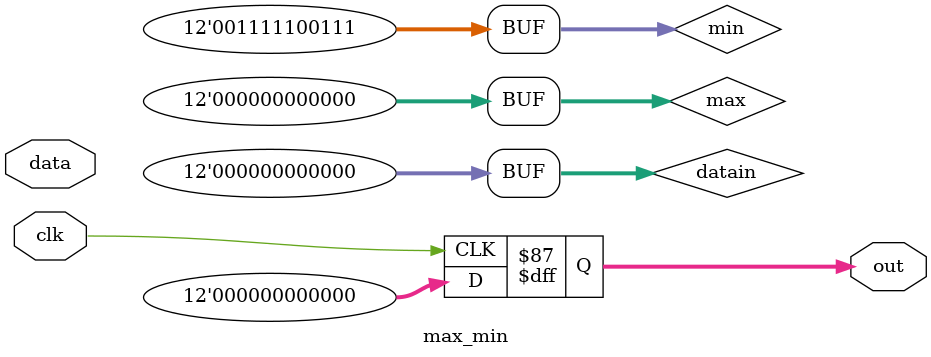
<source format=v>

module max_min(
	input clk,
	input [11:0] data,
	output reg [11:0] out 
);
reg [11:0] dataTemp[0:1023], max, min, aver;
reg [31:0] dataSum;
reg [11:0] datain;

initial begin
//	dataTemp[*] = 'b0;
	dataSum = 'b0;
	max = 'b0;
	min = 'd999;
	aver = 'b0;
	out = 'b0;
	datain = 'b0;
end

////update timer 10ms
//reg [19:0] cnt10ms;
//wire updata = (cnt10ms == 1_000_000);
//initial cnt10ms = 'b0;
//always @(posedge clk) begin
//	if(cnt10ms < 1_000_000)	cnt10ms <= cnt10ms + 1'b1;
//	else cnt10ms <= 'b0;
//end
//
//always@(posedge clk) begin
//	dataTemp <= data;
//	differ <= max - min;
//	if(updata)begin	max <= 'b0;	min <= 'd999;	end
//	else if(dataTemp > max)	max <= dataTemp;
//	else if(dataTemp < min)	min <= dataTemp;
//	else begin end
//end

reg [31:0] cnttri;
reg [11:0] data_reg[0:1];
wire cotri = (cnttri == 32'd100_000);//1ms 
reg flag;
initial begin cnttri = 'b0; data_reg[0] = 'b0; data_reg[1] = 'b0; flag = 'b0;end
always@(posedge clk)begin
	if(cnttri != 32'd100_000) 	cnttri <= cnttri + 1'd1;
	else cnttri <= 'd0;
end
always@(posedge clk)begin
	if(cotri) begin
	data_reg[1] <= data_reg[0];
	data_reg[0] <= datain;
	
	end
	if((data_reg[0] < data_reg[1])&((data_reg[1] - data_reg[0]) >= 12'd150))
	flag = 1'b1;
	else if((data_reg[0] > data_reg[1])&((data_reg[0] - data_reg[1]) >= 12'd150))
	flag = 1'b0;
end






integer i;
initial i = 24'b0;

reg [31:0] cntsmp;//260us
reg [31:0] cnt1s;
wire co = (cntsmp == 32'd97);
initial cntsmp = 'b0;
always @(posedge clk) begin
	if(flag)begin
	if(cntsmp < 32'd97)	cntsmp <= cntsmp + 1'b1;
	else cntsmp <= 'b0;
	end
end

initial cnt1s = 'b0;
always@(posedge co)begin
	if(cnt1s != 32'd1024 )	cnt1s <= cnt1s + 1'b1;
	else cnt1s <= 32'd1024;
end

always@(posedge co)begin 
	if(i != 24'd1023)
	i <= i +  24'b1;
	else i <= 'b0;
end
always @(posedge co) begin
	if(i != 1023)begin
		dataTemp[i] <= data;

 	end
//end
//always@(posedge clk)begin
	if((i == 1023)&(cnt1s <= 32'd1024))	begin aver <= (dataSum >>10); dataSum <= 'b0; end
	else 		dataSum  <= dataSum + dataTemp[i];
end




always@(posedge clk)begin
	out <= max;
end







endmodule 
</source>
